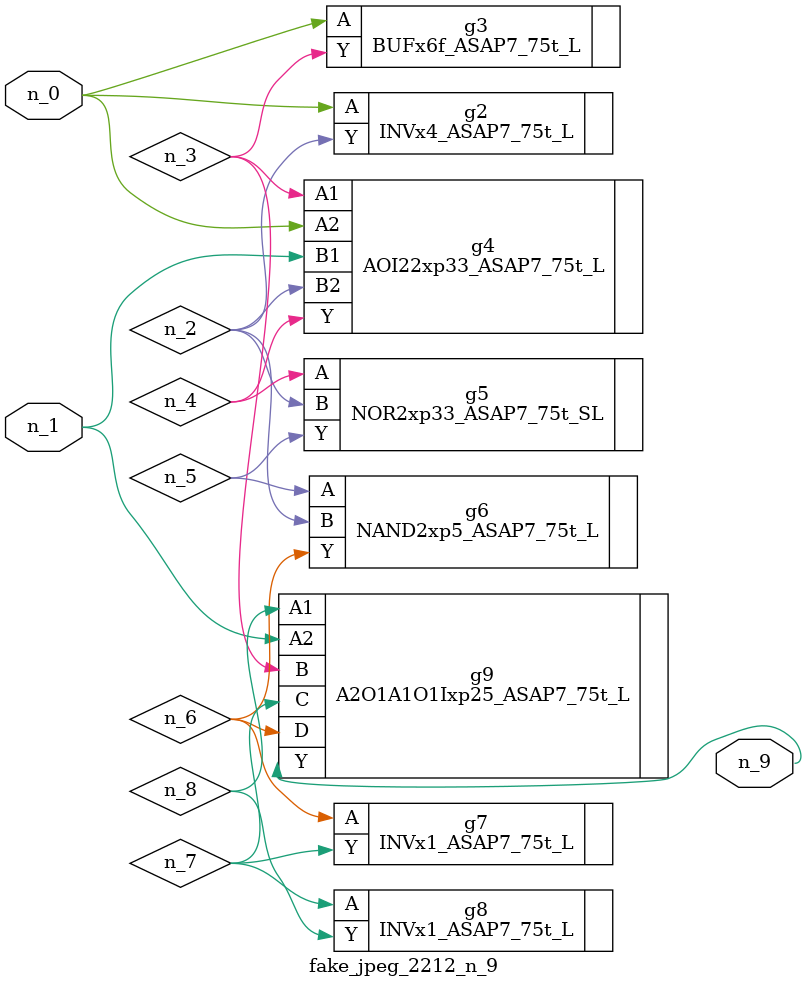
<source format=v>
module fake_jpeg_2212_n_9 (n_0, n_1, n_9);

input n_0;
input n_1;

output n_9;

wire n_2;
wire n_3;
wire n_4;
wire n_8;
wire n_6;
wire n_5;
wire n_7;

INVx4_ASAP7_75t_L g2 ( 
.A(n_0),
.Y(n_2)
);

BUFx6f_ASAP7_75t_L g3 ( 
.A(n_0),
.Y(n_3)
);

AOI22xp33_ASAP7_75t_L g4 ( 
.A1(n_3),
.A2(n_0),
.B1(n_1),
.B2(n_2),
.Y(n_4)
);

NOR2xp33_ASAP7_75t_SL g5 ( 
.A(n_4),
.B(n_2),
.Y(n_5)
);

NAND2xp5_ASAP7_75t_L g6 ( 
.A(n_5),
.B(n_2),
.Y(n_6)
);

INVx1_ASAP7_75t_L g7 ( 
.A(n_6),
.Y(n_7)
);

INVx1_ASAP7_75t_L g8 ( 
.A(n_7),
.Y(n_8)
);

A2O1A1O1Ixp25_ASAP7_75t_L g9 ( 
.A1(n_8),
.A2(n_1),
.B(n_3),
.C(n_7),
.D(n_6),
.Y(n_9)
);


endmodule
</source>
